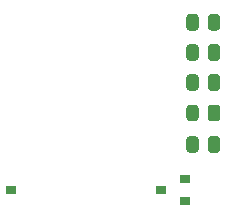
<source format=gbr>
G04 This is an RS-274x file exported by *
G04 gerbv version 2.7.0 *
G04 More information is available about gerbv at *
G04 http://gerbv.geda-project.org/ *
G04 --End of header info--*
%MOIN*%
%FSLAX36Y36*%
%IPPOS*%
G04 --Define apertures--*
%ADD10O,0.0593X0.1187*%
%ADD11O,0.0630X0.0945*%
%ADD12R,0.0630X0.0945*%
%ADD13C,0.0472*%
%ADD14R,0.0472X0.0472*%
%ADD15O,0.0630X0.0630*%
%ADD16R,0.0630X0.0630*%
%ADD17R,0.0354X0.0315*%
G04 --Start main section--*
G54D16*
G36*
G01X7183323Y-3788976D02*
G01X7183323Y-3753543D01*
G75*
G02X7193165Y-3743701I0009842J0000000D01*
G01X7213835Y-3743701D01*
G75*
G02X7223677Y-3753543I0000000J-009842D01*
G01X7223677Y-3788976D01*
G75*
G02X7213835Y-3798819I-009842J0000000D01*
G01X7193165Y-3798819D01*
G75*
G02X7183323Y-3788976I0000000J0009842D01*
G37*
G36*
G01X7111472Y-3788976D02*
G01X7111472Y-3753543D01*
G75*
G02X7121315Y-3743701I0009842J0000000D01*
G01X7141984Y-3743701D01*
G75*
G02X7151827Y-3753543I0000000J-009842D01*
G01X7151827Y-3788976D01*
G75*
G02X7141984Y-3798819I-009842J0000000D01*
G01X7121315Y-3798819D01*
G75*
G02X7111472Y-3788976I0000000J0009842D01*
G37*
G36*
G01X7183323Y-3683858D02*
G01X7183323Y-3648425D01*
G75*
G02X7193165Y-3638583I0009842J0000000D01*
G01X7213835Y-3638583D01*
G75*
G02X7223677Y-3648425I0000000J-009842D01*
G01X7223677Y-3683858D01*
G75*
G02X7213835Y-3693701I-009842J0000000D01*
G01X7193165Y-3693701D01*
G75*
G02X7183323Y-3683858I0000000J0009842D01*
G37*
G36*
G01X7111472Y-3683858D02*
G01X7111472Y-3648425D01*
G75*
G02X7121315Y-3638583I0009842J0000000D01*
G01X7141984Y-3638583D01*
G75*
G02X7151827Y-3648425I0000000J-009842D01*
G01X7151827Y-3683858D01*
G75*
G02X7141984Y-3693701I-009842J0000000D01*
G01X7121315Y-3693701D01*
G75*
G02X7111472Y-3683858I0000000J0009842D01*
G37*
G36*
G01X7151827Y-3546457D02*
G01X7151827Y-3581890D01*
G75*
G02X7141984Y-3591732I-009842J0000000D01*
G01X7121315Y-3591732D01*
G75*
G02X7111472Y-3581890I0000000J0009842D01*
G01X7111472Y-3546457D01*
G75*
G02X7121315Y-3536614I0009842J0000000D01*
G01X7141984Y-3536614D01*
G75*
G02X7151827Y-3546457I0000000J-009842D01*
G37*
G36*
G01X7223677Y-3546457D02*
G01X7223677Y-3581890D01*
G75*
G02X7213835Y-3591732I-009842J0000000D01*
G01X7193165Y-3591732D01*
G75*
G02X7183323Y-3581890I0000000J0009842D01*
G01X7183323Y-3546457D01*
G75*
G02X7193165Y-3536614I0009842J0000000D01*
G01X7213835Y-3536614D01*
G75*
G02X7223677Y-3546457I0000000J-009842D01*
G37*
G36*
G01X7151827Y-3446457D02*
G01X7151827Y-3481890D01*
G75*
G02X7141984Y-3491732I-009842J0000000D01*
G01X7121315Y-3491732D01*
G75*
G02X7111472Y-3481890I0000000J0009842D01*
G01X7111472Y-3446457D01*
G75*
G02X7121315Y-3436614I0009842J0000000D01*
G01X7141984Y-3436614D01*
G75*
G02X7151827Y-3446457I0000000J-009842D01*
G37*
G36*
G01X7223677Y-3446457D02*
G01X7223677Y-3481890D01*
G75*
G02X7213835Y-3491732I-009842J0000000D01*
G01X7193165Y-3491732D01*
G75*
G02X7183323Y-3481890I0000000J0009842D01*
G01X7183323Y-3446457D01*
G75*
G02X7193165Y-3436614I0009842J0000000D01*
G01X7213835Y-3436614D01*
G75*
G02X7223677Y-3446457I0000000J-009842D01*
G37*
G36*
G01X7151827Y-3346216D02*
G01X7151827Y-3381650D01*
G75*
G02X7141984Y-3391492I-009842J0000000D01*
G01X7121315Y-3391492D01*
G75*
G02X7111472Y-3381650I0000000J0009842D01*
G01X7111472Y-3346216D01*
G75*
G02X7121315Y-3336374I0009842J0000000D01*
G01X7141984Y-3336374D01*
G75*
G02X7151827Y-3346216I0000000J-009842D01*
G37*
G36*
G01X7223677Y-3346216D02*
G01X7223677Y-3381650D01*
G75*
G02X7213835Y-3391492I-009842J0000000D01*
G01X7193165Y-3391492D01*
G75*
G02X7183323Y-3381650I0000000J0009842D01*
G01X7183323Y-3346216D01*
G75*
G02X7193165Y-3336374I0009842J0000000D01*
G01X7213835Y-3336374D01*
G75*
G02X7223677Y-3346216I0000000J-009842D01*
G37*
G54D17*
G01X7026378Y-3922835D03*
G01X7105118Y-3960236D03*
G01X7105118Y-3885433D03*
G01X-500000Y0000000D02*
G01X6526378Y-3922835D03*
M02*

</source>
